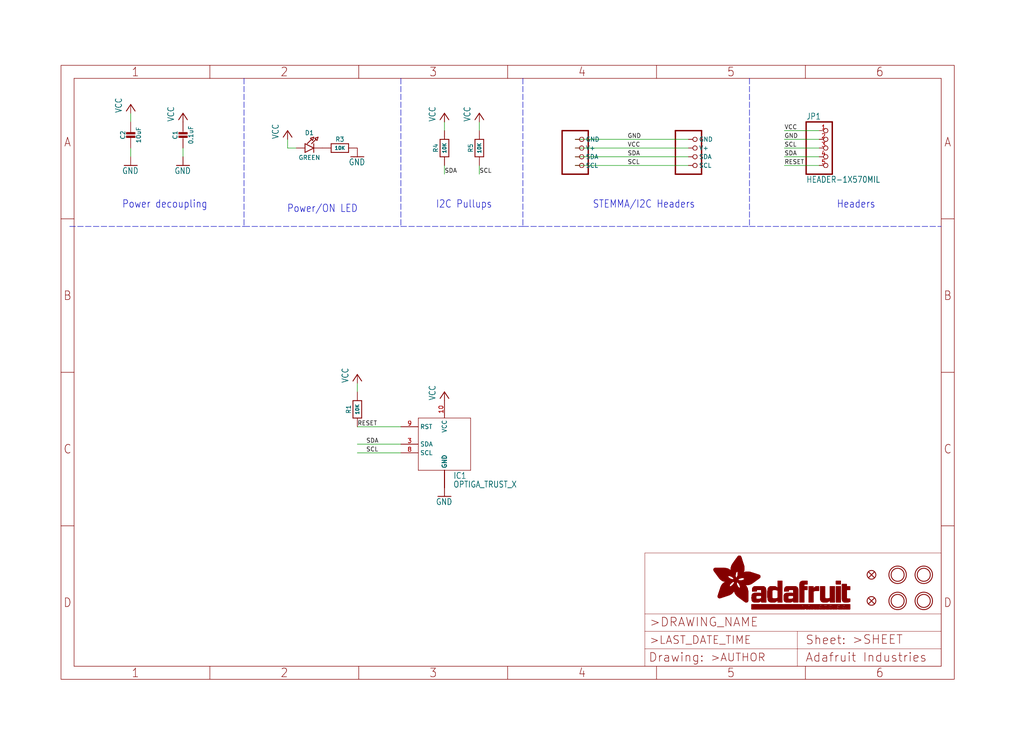
<source format=kicad_sch>
(kicad_sch (version 20211123) (generator eeschema)
  (paper "User" 298.45 217.881)
  (lib_symbols
    (symbol "eagleSchem-eagle-import:CAP_CERAMIC0603_NO"
      (property "Reference" "C" (at -2.29 1.25 90))
      (property "Value" "CAP_CERAMIC0603_NO" (at 2.3 1.25 90))
      (symbol "CAP_CERAMIC0603_NO_1_0"
        (pin passive line (at 0 5.08 270) (length 2.54) (name "1") (number "1"))
        (pin passive line (at 0 -2.54 90) (length 2.54) (name "2") (number "2"))
      )
    )
    (symbol "eagleSchem-eagle-import:CAP_CERAMIC0805-NOOUTLINE"
      (property "Reference" "C" (at -2.29 1.25 90))
      (property "Value" "CAP_CERAMIC0805-NOOUTLINE" (at 2.3 1.25 90))
      (symbol "CAP_CERAMIC0805-NOOUTLINE_1_0"
        (pin passive line (at 0 5.08 270) (length 2.54) (name "1") (number "1"))
        (pin passive line (at 0 -2.54 90) (length 2.54) (name "2") (number "2"))
      )
    )
    (symbol "eagleSchem-eagle-import:FIDUCIAL_1MM")
    (symbol "eagleSchem-eagle-import:FRAME_A4_ADAFRUIT"
      (symbol "FRAME_A4_ADAFRUIT_1_0"
        (text "1" (at 21.6958 1.905 0) (effects (font (size 2.54 2.286))))
        (text "1" (at 21.6958 177.165 0) (effects (font (size 2.54 2.286))))
        (text "2" (at 65.0875 1.905 0) (effects (font (size 2.54 2.286))))
        (text "2" (at 65.0875 177.165 0) (effects (font (size 2.54 2.286))))
        (text "3" (at 108.4792 1.905 0) (effects (font (size 2.54 2.286))))
        (text "3" (at 108.4792 177.165 0) (effects (font (size 2.54 2.286))))
        (text "4" (at 151.8708 1.905 0) (effects (font (size 2.54 2.286))))
        (text "4" (at 151.8708 177.165 0) (effects (font (size 2.54 2.286))))
        (text "5" (at 195.2625 1.905 0) (effects (font (size 2.54 2.286))))
        (text "5" (at 195.2625 177.165 0) (effects (font (size 2.54 2.286))))
        (text "6" (at 238.6542 1.905 0) (effects (font (size 2.54 2.286))))
        (text "6" (at 238.6542 177.165 0) (effects (font (size 2.54 2.286))))
        (text ">AUTHOR" (at 189.23 5.08 0) (effects (font (size 2.286 2.286)) (justify left bottom)))
        (text ">DRAWING_NAME" (at 171.45 15.24 0) (effects (font (size 2.54 2.54)) (justify left bottom)))
        (text ">LAST_DATE_TIME" (at 171.45 10.16 0) (effects (font (size 2.286 2.286)) (justify left bottom)))
        (text ">SHEET" (at 230.505 10.16 0) (effects (font (size 2.54 2.54)) (justify left bottom)))
        (text "A" (at 1.905 156.6863 0) (effects (font (size 2.54 2.286))))
        (text "A" (at 258.445 156.6863 0) (effects (font (size 2.54 2.286))))
        (text "Adafruit Industries" (at 216.916 4.953 0) (effects (font (size 2.54 2.54)) (justify left bottom)))
        (text "B" (at 1.905 111.9188 0) (effects (font (size 2.54 2.286))))
        (text "B" (at 258.445 111.9188 0) (effects (font (size 2.54 2.286))))
        (text "C" (at 1.905 67.1513 0) (effects (font (size 2.54 2.286))))
        (text "C" (at 258.445 67.1513 0) (effects (font (size 2.54 2.286))))
        (text "D" (at 1.905 22.3838 0) (effects (font (size 2.54 2.286))))
        (text "D" (at 258.445 22.3838 0) (effects (font (size 2.54 2.286))))
        (text "Drawing:" (at 171.196 4.953 0) (effects (font (size 2.54 2.54)) (justify left bottom)))
        (text "Sheet:" (at 216.916 10.033 0) (effects (font (size 2.54 2.54)) (justify left bottom)))
      )
    )
    (symbol "eagleSchem-eagle-import:GND" (power)
      (property "Value" "GND" (at -2.54 -2.54 0))
      (symbol "GND_1_0"
        (pin power_in line (at 0 2.54 270) (length 2.54) (name "GND") (number "1"))
      )
    )
    (symbol "eagleSchem-eagle-import:HEADER-1X570MIL"
      (property "Reference" "JP" (at -6.35 8.255 0))
      (property "Value" "HEADER-1X570MIL" (at -6.35 -10.16 0))
      (symbol "HEADER-1X570MIL_1_0"
        (pin passive inverted (at -2.54 5.08 0) (length 2.54) (name "1") (number "1"))
        (pin passive inverted (at -2.54 2.54 0) (length 2.54) (name "2") (number "2"))
        (pin passive inverted (at -2.54 0 0) (length 2.54) (name "3") (number "3"))
        (pin passive inverted (at -2.54 -2.54 0) (length 2.54) (name "4") (number "4"))
        (pin passive inverted (at -2.54 -5.08 0) (length 2.54) (name "5") (number "5"))
      )
    )
    (symbol "eagleSchem-eagle-import:LED0603_NOOUTLINE"
      (property "Reference" "D" (at -1.27 4.445 0))
      (property "Value" "LED0603_NOOUTLINE" (at -1.27 -2.794 0))
      (symbol "LED0603_NOOUTLINE_1_0"
        (pin passive line (at -5.08 0 0) (length 2.54) (name "A") (number "A"))
        (pin passive line (at 2.54 0 180) (length 2.54) (name "C") (number "C"))
      )
    )
    (symbol "eagleSchem-eagle-import:MOUNTINGHOLE2.5")
    (symbol "eagleSchem-eagle-import:OPTIGA_TRUST_X"
      (property "Reference" "IC" (at 2.54 -10.16 0))
      (property "Value" "OPTIGA_TRUST_X" (at 2.54 -12.7 0))
      (symbol "OPTIGA_TRUST_X_1_0"
        (pin power_in line (at 0 -12.7 90) (length 5.08) (name "GND") (number "1"))
        (pin power_in line (at 0 12.7 270) (length 5.08) (name "VCC") (number "10"))
        (pin power_in line (at 0 -12.7 90) (length 5.08) (name "GND") (number "2"))
        (pin bidirectional line (at -12.7 0 0) (length 5.08) (name "SDA") (number "3"))
        (pin power_in line (at 0 -12.7 90) (length 5.08) (name "GND") (number "4"))
        (pin power_in line (at 0 -12.7 90) (length 5.08) (name "GND") (number "5"))
        (pin power_in line (at 0 -12.7 90) (length 5.08) (name "GND") (number "6"))
        (pin power_in line (at 0 -12.7 90) (length 5.08) (name "GND") (number "7"))
        (pin bidirectional line (at -12.7 -2.54 0) (length 5.08) (name "SCL") (number "8"))
        (pin input line (at -12.7 5.08 0) (length 5.08) (name "RST") (number "9"))
        (pin power_in line (at 0 -12.7 90) (length 5.08) (name "GND") (number "THERM"))
      )
    )
    (symbol "eagleSchem-eagle-import:RESISTOR_0603_NOOUT"
      (property "Reference" "R" (at 0 2.54 0))
      (property "Value" "RESISTOR_0603_NOOUT" (at 0 0 0))
      (symbol "RESISTOR_0603_NOOUT_1_0"
        (pin passive line (at -5.08 0 0) (length 2.54) (name "1") (number "1"))
        (pin passive line (at 5.08 0 180) (length 2.54) (name "2") (number "2"))
      )
    )
    (symbol "eagleSchem-eagle-import:STEMMA_I2C_QT"
      (symbol "STEMMA_I2C_QT_1_0"
        (pin passive inverted (at 0 5.08 0) (length 2.54) (name "GND") (number "1"))
        (pin passive inverted (at 0 2.54 0) (length 2.54) (name "V+") (number "2"))
        (pin passive inverted (at 0 0 0) (length 2.54) (name "SDA") (number "3"))
        (pin passive inverted (at 0 -2.54 0) (length 2.54) (name "SCL") (number "4"))
      )
      (symbol "STEMMA_I2C_QT_2_0"
        (pin bidirectional line (at 0 0 0) (length 5.08) (name "MT") (number "MT1"))
      )
      (symbol "STEMMA_I2C_QT_3_0"
        (pin bidirectional line (at 0 0 0) (length 5.08) (name "MT") (number "MT2"))
      )
    )
    (symbol "eagleSchem-eagle-import:VCC" (power)
      (property "Value" "VCC" (at -2.54 -2.54 90))
      (symbol "VCC_1_0"
        (pin power_in line (at 0 -2.54 90) (length 2.54) (name "VCC") (number "1"))
      )
    )
  )
  (wire (pts (xy 238.76 40.64) (xy 228.6 40.64)))
  (wire (pts (xy 200.66 40.64) (xy 167.64 40.64)))
  (wire (pts (xy 53.34 43.18) (xy 53.34 45.72)))
  (wire (pts (xy 104.14 114.3) (xy 104.14 111.76)))
  (polyline (pts (xy 116.84 66.04) (xy 152.4 66.04)))
  (wire (pts (xy 238.76 48.26) (xy 228.6 48.26)))
  (wire (pts (xy 86.36 43.18) (xy 83.82 43.18)))
  (polyline (pts (xy 71.12 66.04) (xy 116.84 66.04)))
  (wire (pts (xy 139.7 50.8) (xy 139.7 48.26)))
  (polyline (pts (xy 218.44 66.04) (xy 274.32 66.04)))
  (wire (pts (xy 129.54 38.1) (xy 129.54 35.56)))
  (wire (pts (xy 200.66 45.72) (xy 167.64 45.72)))
  (wire (pts (xy 238.76 43.18) (xy 228.6 43.18)))
  (wire (pts (xy 167.64 43.18) (xy 200.66 43.18)))
  (wire (pts (xy 167.64 48.26) (xy 200.66 48.26)))
  (wire (pts (xy 104.14 129.54) (xy 116.84 129.54)))
  (wire (pts (xy 38.1 35.56) (xy 38.1 33.02)))
  (polyline (pts (xy 218.44 22.86) (xy 218.44 66.04)))
  (polyline (pts (xy 152.4 22.86) (xy 152.4 66.04)))
  (wire (pts (xy 83.82 43.18) (xy 83.82 40.64)))
  (polyline (pts (xy 116.84 22.86) (xy 116.84 66.04)))
  (wire (pts (xy 116.84 124.46) (xy 104.14 124.46)))
  (polyline (pts (xy 20.32 66.04) (xy 71.12 66.04)))
  (polyline (pts (xy 71.12 22.86) (xy 71.12 66.04)))
  (wire (pts (xy 116.84 132.08) (xy 104.14 132.08)))
  (wire (pts (xy 129.54 50.8) (xy 129.54 48.26)))
  (wire (pts (xy 139.7 38.1) (xy 139.7 35.56)))
  (wire (pts (xy 238.76 38.1) (xy 228.6 38.1)))
  (polyline (pts (xy 152.4 66.04) (xy 218.44 66.04)))
  (wire (pts (xy 38.1 43.18) (xy 38.1 45.72)))
  (wire (pts (xy 238.76 45.72) (xy 228.6 45.72)))
  (text "Power/ON LED" (at 93.98 60.96 180) (effects (font (size 2.1844 1.8567))))
  (text "I2C Pullups" (at 127 60.96 180) (effects (font (size 2.1844 1.8567)) (justify left bottom)))
  (text "STEMMA/I2C Headers" (at 172.72 60.96 180) (effects (font (size 2.1844 1.8567)) (justify left bottom)))
  (text "Power decoupling" (at 35.56 60.96 180) (effects (font (size 2.1844 1.8567)) (justify left bottom)))
  (text "Headers" (at 243.84 60.96 180) (effects (font (size 2.1844 1.8567)) (justify left bottom)))
  (label "SDA" (at 129.54 50.8 0) (effects (font (size 1.2446 1.2446))))
  (label "SDA" (at 182.88 45.72 0) (effects (font (size 1.2446 1.2446))))
  (label "SCL" (at 106.68 132.08 0) (effects (font (size 1.2446 1.2446))))
  (label "SDA" (at 106.68 129.54 0) (effects (font (size 1.2446 1.2446))))
  (label "VCC" (at 182.88 43.18 0) (effects (font (size 1.2446 1.2446))))
  (label "SCL" (at 139.7 50.8 0) (effects (font (size 1.2446 1.2446))))
  (label "RESET" (at 228.6 48.26 0) (effects (font (size 1.2446 1.2446))))
  (label "SCL" (at 182.88 48.26 0) (effects (font (size 1.2446 1.2446))))
  (label "SDA" (at 228.6 45.72 0) (effects (font (size 1.2446 1.2446))))
  (label "SCL" (at 228.6 43.18 0) (effects (font (size 1.2446 1.2446))))
  (label "RESET" (at 104.14 124.46 0) (effects (font (size 1.2446 1.2446))))
  (label "VCC" (at 228.6 38.1 0) (effects (font (size 1.2446 1.2446))))
  (label "GND" (at 228.6 40.64 0) (effects (font (size 1.2446 1.2446))))
  (label "GND" (at 182.88 40.64 0) (effects (font (size 1.2446 1.2446))))
  (symbol (lib_id "eagleSchem-eagle-import:VCC") (at 83.82 38.1 0) (unit 1)
    (property "Reference" "#P+5" (effects hide))
    (property "Value" "VCC" (at 81.28 40.64 90) (effects (font (size 1.778 1.5113)) (justify left bottom)))
    (property "Footprint" "eagleSchem:" (effects hide))
  )
  (symbol (lib_id "eagleSchem-eagle-import:LED0603_NOOUTLINE") (at 91.44 43.18 0) (unit 1)
    (property "Reference" "D1" (at 90.17 38.735 0))
    (property "Value" "GREEN" (at 90.17 45.974 0))
    (property "Footprint" "eagleSchem:CHIPLED_0603_NOOUTLINE" (effects hide))
  )
  (symbol (lib_id "eagleSchem-eagle-import:VCC") (at 53.34 33.02 0) (unit 1)
    (property "Reference" "#P+3" (effects hide))
    (property "Value" "VCC" (at 50.8 35.56 90) (effects (font (size 1.778 1.5113)) (justify left bottom)))
    (property "Footprint" "eagleSchem:" (effects hide))
  )
  (symbol (lib_id "eagleSchem-eagle-import:CAP_CERAMIC0603_NO") (at 53.34 40.64 0) (unit 1)
    (property "Reference" "C1" (at 51.05 39.39 90))
    (property "Value" "0.1uF" (at 55.64 39.39 90))
    (property "Footprint" "eagleSchem:0603-NO" (effects hide))
  )
  (symbol (lib_id "eagleSchem-eagle-import:HEADER-1X570MIL") (at 241.3 43.18 0) (unit 1)
    (property "Reference" "JP1" (at 234.95 34.925 0) (effects (font (size 1.778 1.5113)) (justify left bottom)))
    (property "Value" "HEADER-1X570MIL" (at 234.95 53.34 0) (effects (font (size 1.778 1.5113)) (justify left bottom)))
    (property "Footprint" "eagleSchem:1X05_ROUND_70" (effects hide))
  )
  (symbol (lib_id "eagleSchem-eagle-import:GND") (at 104.14 45.72 0) (unit 1)
    (property "Reference" "#GND9" (effects hide))
    (property "Value" "GND" (at 101.6 48.26 0) (effects (font (size 1.778 1.5113)) (justify left bottom)))
    (property "Footprint" "eagleSchem:" (effects hide))
  )
  (symbol (lib_id "eagleSchem-eagle-import:RESISTOR_0603_NOOUT") (at 139.7 43.18 90) (unit 1)
    (property "Reference" "R5" (at 137.16 43.18 0))
    (property "Value" "10K" (at 139.7 43.18 0) (effects (font (size 1.016 1.016) bold)))
    (property "Footprint" "eagleSchem:0603-NO" (effects hide))
  )
  (symbol (lib_id "eagleSchem-eagle-import:RESISTOR_0603_NOOUT") (at 104.14 119.38 90) (unit 1)
    (property "Reference" "R1" (at 101.6 119.38 0))
    (property "Value" "10K" (at 104.14 119.38 0) (effects (font (size 1.016 1.016) bold)))
    (property "Footprint" "eagleSchem:0603-NO" (effects hide))
  )
  (symbol (lib_id "eagleSchem-eagle-import:STEMMA_I2C_QT") (at 200.66 45.72 0) (unit 1)
    (property "Reference" "CONN4" (effects hide))
    (property "Value" "STEMMA_I2C_QT" (effects hide))
    (property "Footprint" "eagleSchem:JST_SH4" (effects hide))
  )
  (symbol (lib_id "eagleSchem-eagle-import:MOUNTINGHOLE2.5") (at 269.24 167.64 0) (unit 1)
    (property "Reference" "U$14" (effects hide))
    (property "Value" "MOUNTINGHOLE2.5" (effects hide))
    (property "Footprint" "eagleSchem:MOUNTINGHOLE_2.5_PLATED" (effects hide))
  )
  (symbol (lib_id "eagleSchem-eagle-import:RESISTOR_0603_NOOUT") (at 99.06 43.18 0) (unit 1)
    (property "Reference" "R3" (at 99.06 40.64 0))
    (property "Value" "10K" (at 99.06 43.18 0) (effects (font (size 1.016 1.016) bold)))
    (property "Footprint" "eagleSchem:0603-NO" (effects hide))
  )
  (symbol (lib_id "eagleSchem-eagle-import:GND") (at 38.1 48.26 0) (unit 1)
    (property "Reference" "#GND4" (effects hide))
    (property "Value" "GND" (at 35.56 50.8 0) (effects (font (size 1.778 1.5113)) (justify left bottom)))
    (property "Footprint" "eagleSchem:" (effects hide))
  )
  (symbol (lib_id "eagleSchem-eagle-import:FIDUCIAL_1MM") (at 254 175.26 0) (unit 1)
    (property "Reference" "FID3" (effects hide))
    (property "Value" "FIDUCIAL_1MM" (effects hide))
    (property "Footprint" "eagleSchem:FIDUCIAL_1MM" (effects hide))
  )
  (symbol (lib_id "eagleSchem-eagle-import:GND") (at 129.54 144.78 0) (unit 1)
    (property "Reference" "#GND6" (effects hide))
    (property "Value" "GND" (at 127 147.32 0) (effects (font (size 1.778 1.5113)) (justify left bottom)))
    (property "Footprint" "eagleSchem:" (effects hide))
  )
  (symbol (lib_id "eagleSchem-eagle-import:OPTIGA_TRUST_X") (at 129.54 129.54 0) (unit 1)
    (property "Reference" "IC1" (at 132.08 139.7 0) (effects (font (size 1.778 1.5113)) (justify left bottom)))
    (property "Value" "OPTIGA_TRUST_X" (at 132.08 142.24 0) (effects (font (size 1.778 1.5113)) (justify left bottom)))
    (property "Footprint" "eagleSchem:PG-USON10-10-2" (effects hide))
  )
  (symbol (lib_id "eagleSchem-eagle-import:GND") (at 53.34 48.26 0) (unit 1)
    (property "Reference" "#GND3" (effects hide))
    (property "Value" "GND" (at 50.8 50.8 0) (effects (font (size 1.778 1.5113)) (justify left bottom)))
    (property "Footprint" "eagleSchem:" (effects hide))
  )
  (symbol (lib_id "eagleSchem-eagle-import:CAP_CERAMIC0805-NOOUTLINE") (at 38.1 40.64 0) (unit 1)
    (property "Reference" "C2" (at 35.81 39.39 90))
    (property "Value" "10uF" (at 40.4 39.39 90))
    (property "Footprint" "eagleSchem:0805-NO" (effects hide))
  )
  (symbol (lib_id "eagleSchem-eagle-import:FRAME_A4_ADAFRUIT") (at 17.78 198.12 0) (unit 1)
    (property "Reference" "#U$13" (effects hide))
    (property "Value" "FRAME_A4_ADAFRUIT" (effects hide))
    (property "Footprint" "eagleSchem:" (effects hide))
  )
  (symbol (lib_id "eagleSchem-eagle-import:STEMMA_I2C_QT") (at 167.64 45.72 0) (unit 1)
    (property "Reference" "CONN3" (effects hide))
    (property "Value" "STEMMA_I2C_QT" (effects hide))
    (property "Footprint" "eagleSchem:JST_SH4" (effects hide))
  )
  (symbol (lib_id "eagleSchem-eagle-import:VCC") (at 104.14 109.22 0) (unit 1)
    (property "Reference" "#P+7" (effects hide))
    (property "Value" "VCC" (at 101.6 111.76 90) (effects (font (size 1.778 1.5113)) (justify left bottom)))
    (property "Footprint" "eagleSchem:" (effects hide))
  )
  (symbol (lib_id "eagleSchem-eagle-import:RESISTOR_0603_NOOUT") (at 129.54 43.18 90) (unit 1)
    (property "Reference" "R4" (at 127 43.18 0))
    (property "Value" "10K" (at 129.54 43.18 0) (effects (font (size 1.016 1.016) bold)))
    (property "Footprint" "eagleSchem:0603-NO" (effects hide))
  )
  (symbol (lib_id "eagleSchem-eagle-import:MOUNTINGHOLE2.5") (at 261.62 175.26 0) (unit 1)
    (property "Reference" "U$11" (effects hide))
    (property "Value" "MOUNTINGHOLE2.5" (effects hide))
    (property "Footprint" "eagleSchem:MOUNTINGHOLE_2.5_PLATED" (effects hide))
  )
  (symbol (lib_id "eagleSchem-eagle-import:VCC") (at 129.54 114.3 0) (unit 1)
    (property "Reference" "#P+6" (effects hide))
    (property "Value" "VCC" (at 127 116.84 90) (effects (font (size 1.778 1.5113)) (justify left bottom)))
    (property "Footprint" "eagleSchem:" (effects hide))
  )
  (symbol (lib_id "eagleSchem-eagle-import:MOUNTINGHOLE2.5") (at 261.62 167.64 0) (unit 1)
    (property "Reference" "U$12" (effects hide))
    (property "Value" "MOUNTINGHOLE2.5" (effects hide))
    (property "Footprint" "eagleSchem:MOUNTINGHOLE_2.5_PLATED" (effects hide))
  )
  (symbol (lib_id "eagleSchem-eagle-import:MOUNTINGHOLE2.5") (at 269.24 175.26 0) (unit 1)
    (property "Reference" "U$15" (effects hide))
    (property "Value" "MOUNTINGHOLE2.5" (effects hide))
    (property "Footprint" "eagleSchem:MOUNTINGHOLE_2.5_PLATED" (effects hide))
  )
  (symbol (lib_id "eagleSchem-eagle-import:FIDUCIAL_1MM") (at 254 167.64 0) (unit 1)
    (property "Reference" "FID4" (effects hide))
    (property "Value" "FIDUCIAL_1MM" (effects hide))
    (property "Footprint" "eagleSchem:FIDUCIAL_1MM" (effects hide))
  )
  (symbol (lib_id "eagleSchem-eagle-import:VCC") (at 139.7 33.02 0) (unit 1)
    (property "Reference" "#P+1" (effects hide))
    (property "Value" "VCC" (at 137.16 35.56 90) (effects (font (size 1.778 1.5113)) (justify left bottom)))
    (property "Footprint" "eagleSchem:" (effects hide))
  )
  (symbol (lib_id "eagleSchem-eagle-import:VCC") (at 38.1 30.48 0) (unit 1)
    (property "Reference" "#P+4" (effects hide))
    (property "Value" "VCC" (at 35.56 33.02 90) (effects (font (size 1.778 1.5113)) (justify left bottom)))
    (property "Footprint" "eagleSchem:" (effects hide))
  )
  (symbol (lib_id "eagleSchem-eagle-import:VCC") (at 129.54 33.02 0) (unit 1)
    (property "Reference" "#P+2" (effects hide))
    (property "Value" "VCC" (at 127 35.56 90) (effects (font (size 1.778 1.5113)) (justify left bottom)))
    (property "Footprint" "eagleSchem:" (effects hide))
  )
)
</source>
